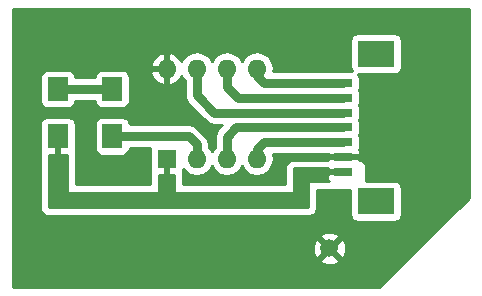
<source format=gbr>
%TF.GenerationSoftware,KiCad,Pcbnew,4.0.6*%
%TF.CreationDate,2017-07-29T18:57:00+02:00*%
%TF.ProjectId,ChipS,43686970532E6B696361645F70636200,rev?*%
%TF.FileFunction,Copper,L1,Top,Signal*%
%FSLAX46Y46*%
G04 Gerber Fmt 4.6, Leading zero omitted, Abs format (unit mm)*
G04 Created by KiCad (PCBNEW 4.0.6) date 07/29/17 18:57:00*
%MOMM*%
%LPD*%
G01*
G04 APERTURE LIST*
%ADD10C,0.100000*%
%ADD11C,1.500000*%
%ADD12R,1.500000X0.800000*%
%ADD13R,3.100000X2.200000*%
%ADD14R,1.600000X1.600000*%
%ADD15O,1.600000X1.600000*%
%ADD16R,1.700000X2.000000*%
%ADD17C,0.800000*%
%ADD18C,0.500000*%
%ADD19C,0.250000*%
G04 APERTURE END LIST*
D10*
D11*
X103500000Y-80000000D03*
D12*
X104685900Y-73500600D03*
X104685900Y-72250600D03*
X104685900Y-71000600D03*
X104685900Y-69750600D03*
X104685900Y-68500600D03*
X104685900Y-67250600D03*
X104685900Y-66000600D03*
D13*
X107435900Y-76000600D03*
X107435900Y-63500600D03*
D14*
X89716000Y-72392200D03*
D15*
X97336000Y-64772200D03*
X92256000Y-72392200D03*
X94796000Y-64772200D03*
X94796000Y-72392200D03*
X92256000Y-64772200D03*
X97336000Y-72392200D03*
X89716000Y-64772200D03*
D16*
X85100000Y-66500000D03*
X85100000Y-70500000D03*
X80500000Y-66500000D03*
X80500000Y-70500000D03*
D17*
X94796000Y-72392200D02*
X94796000Y-70542002D01*
X94796000Y-70542002D02*
X95587402Y-69750600D01*
X95587402Y-69750600D02*
X104685900Y-69750600D01*
X97336000Y-72392200D02*
X97336000Y-71579400D01*
X97336000Y-71579400D02*
X97914800Y-71000600D01*
X97914800Y-71000600D02*
X104685900Y-71000600D01*
X80500000Y-66500000D02*
X85100000Y-66500000D01*
X97336000Y-64772200D02*
X97336000Y-65369100D01*
D18*
X97336000Y-64772200D02*
X97336000Y-65369100D01*
D17*
X97336000Y-65369100D02*
X97967500Y-66000600D01*
X97967500Y-66000600D02*
X104685900Y-66000600D01*
D18*
X97336000Y-64772200D02*
X97336000Y-65000800D01*
D17*
X94796000Y-64772200D02*
X94796000Y-66296200D01*
X94796000Y-66296200D02*
X95750400Y-67250600D01*
X95750400Y-67250600D02*
X104685900Y-67250600D01*
X104685900Y-68500600D02*
X93736500Y-68500600D01*
X93736500Y-68500600D02*
X92256000Y-67020100D01*
X92256000Y-67020100D02*
X92256000Y-64772200D01*
X85100000Y-70500000D02*
X91583000Y-70500000D01*
X91583000Y-70500000D02*
X92256000Y-71173000D01*
X92256000Y-71173000D02*
X92256000Y-72392200D01*
D19*
G36*
X80625000Y-70375000D02*
X80645000Y-70375000D01*
X80645000Y-70625000D01*
X80625000Y-70625000D01*
X80625000Y-71968750D01*
X80781250Y-72125000D01*
X81275000Y-72125000D01*
X81275000Y-75200000D01*
X81284848Y-75248632D01*
X81312841Y-75289601D01*
X81354568Y-75316451D01*
X81400000Y-75325000D01*
X88900000Y-75325000D01*
X88948632Y-75315152D01*
X88989601Y-75287159D01*
X89016451Y-75245432D01*
X89025000Y-75200000D01*
X89025000Y-73817200D01*
X89434750Y-73817200D01*
X89591000Y-73660950D01*
X89591000Y-72517200D01*
X89571000Y-72517200D01*
X89571000Y-72267200D01*
X89591000Y-72267200D01*
X89591000Y-72247200D01*
X89841000Y-72247200D01*
X89841000Y-72267200D01*
X89861000Y-72267200D01*
X89861000Y-72517200D01*
X89841000Y-72517200D01*
X89841000Y-73660950D01*
X89997250Y-73817200D01*
X90375000Y-73817200D01*
X90375000Y-75200000D01*
X90384848Y-75248632D01*
X90412841Y-75289601D01*
X90454568Y-75316451D01*
X90500000Y-75325000D01*
X100400000Y-75325000D01*
X100448632Y-75315152D01*
X100489601Y-75287159D01*
X100516451Y-75245432D01*
X100525000Y-75200000D01*
X100525000Y-73225000D01*
X103316550Y-73225000D01*
X103467150Y-73375600D01*
X104560900Y-73375600D01*
X104560900Y-73355600D01*
X104810900Y-73355600D01*
X104810900Y-73375600D01*
X104830900Y-73375600D01*
X104830900Y-73625600D01*
X104810900Y-73625600D01*
X104810900Y-73645600D01*
X104560900Y-73645600D01*
X104560900Y-73625600D01*
X103467150Y-73625600D01*
X103310900Y-73781850D01*
X103310900Y-74024920D01*
X103406050Y-74254634D01*
X103426416Y-74275000D01*
X101800000Y-74275000D01*
X101751368Y-74284848D01*
X101710399Y-74312841D01*
X101683549Y-74354568D01*
X101675000Y-74400000D01*
X101675000Y-76475000D01*
X79725000Y-76475000D01*
X79725000Y-72125000D01*
X80218750Y-72125000D01*
X80375000Y-71968750D01*
X80375000Y-70625000D01*
X80355000Y-70625000D01*
X80355000Y-70375000D01*
X80375000Y-70375000D01*
X80375000Y-70355000D01*
X80625000Y-70355000D01*
X80625000Y-70375000D01*
X80625000Y-70375000D01*
G37*
X80625000Y-70375000D02*
X80645000Y-70375000D01*
X80645000Y-70625000D01*
X80625000Y-70625000D01*
X80625000Y-71968750D01*
X80781250Y-72125000D01*
X81275000Y-72125000D01*
X81275000Y-75200000D01*
X81284848Y-75248632D01*
X81312841Y-75289601D01*
X81354568Y-75316451D01*
X81400000Y-75325000D01*
X88900000Y-75325000D01*
X88948632Y-75315152D01*
X88989601Y-75287159D01*
X89016451Y-75245432D01*
X89025000Y-75200000D01*
X89025000Y-73817200D01*
X89434750Y-73817200D01*
X89591000Y-73660950D01*
X89591000Y-72517200D01*
X89571000Y-72517200D01*
X89571000Y-72267200D01*
X89591000Y-72267200D01*
X89591000Y-72247200D01*
X89841000Y-72247200D01*
X89841000Y-72267200D01*
X89861000Y-72267200D01*
X89861000Y-72517200D01*
X89841000Y-72517200D01*
X89841000Y-73660950D01*
X89997250Y-73817200D01*
X90375000Y-73817200D01*
X90375000Y-75200000D01*
X90384848Y-75248632D01*
X90412841Y-75289601D01*
X90454568Y-75316451D01*
X90500000Y-75325000D01*
X100400000Y-75325000D01*
X100448632Y-75315152D01*
X100489601Y-75287159D01*
X100516451Y-75245432D01*
X100525000Y-75200000D01*
X100525000Y-73225000D01*
X103316550Y-73225000D01*
X103467150Y-73375600D01*
X104560900Y-73375600D01*
X104560900Y-73355600D01*
X104810900Y-73355600D01*
X104810900Y-73375600D01*
X104830900Y-73375600D01*
X104830900Y-73625600D01*
X104810900Y-73625600D01*
X104810900Y-73645600D01*
X104560900Y-73645600D01*
X104560900Y-73625600D01*
X103467150Y-73625600D01*
X103310900Y-73781850D01*
X103310900Y-74024920D01*
X103406050Y-74254634D01*
X103426416Y-74275000D01*
X101800000Y-74275000D01*
X101751368Y-74284848D01*
X101710399Y-74312841D01*
X101683549Y-74354568D01*
X101675000Y-74400000D01*
X101675000Y-76475000D01*
X79725000Y-76475000D01*
X79725000Y-72125000D01*
X80218750Y-72125000D01*
X80375000Y-71968750D01*
X80375000Y-70625000D01*
X80355000Y-70625000D01*
X80355000Y-70375000D01*
X80375000Y-70375000D01*
X80375000Y-70355000D01*
X80625000Y-70355000D01*
X80625000Y-70375000D01*
G36*
X115300000Y-75710051D02*
X107710050Y-83300000D01*
X76700000Y-83300000D01*
X76700000Y-80964776D01*
X102712000Y-80964776D01*
X102780371Y-81203147D01*
X103295574Y-81386953D01*
X103841899Y-81359608D01*
X104219629Y-81203147D01*
X104288000Y-80964776D01*
X103500000Y-80176777D01*
X102712000Y-80964776D01*
X76700000Y-80964776D01*
X76700000Y-79795574D01*
X102113047Y-79795574D01*
X102140392Y-80341899D01*
X102296853Y-80719629D01*
X102535224Y-80788000D01*
X103323223Y-80000000D01*
X103676777Y-80000000D01*
X104464776Y-80788000D01*
X104703147Y-80719629D01*
X104886953Y-80204426D01*
X104859608Y-79658101D01*
X104703147Y-79280371D01*
X104464776Y-79212000D01*
X103676777Y-80000000D01*
X103323223Y-80000000D01*
X102535224Y-79212000D01*
X102296853Y-79280371D01*
X102113047Y-79795574D01*
X76700000Y-79795574D01*
X76700000Y-79035224D01*
X102712000Y-79035224D01*
X103500000Y-79823223D01*
X104288000Y-79035224D01*
X104219629Y-78796853D01*
X103704426Y-78613047D01*
X103158101Y-78640392D01*
X102780371Y-78796853D01*
X102712000Y-79035224D01*
X76700000Y-79035224D01*
X76700000Y-69500000D01*
X78975000Y-69500000D01*
X78975000Y-76600000D01*
X79017743Y-76827161D01*
X79151995Y-77035794D01*
X79356840Y-77175759D01*
X79600000Y-77225000D01*
X101800000Y-77225000D01*
X102027161Y-77182257D01*
X102235794Y-77048005D01*
X102375759Y-76843160D01*
X102425000Y-76600000D01*
X102425000Y-75025000D01*
X105248656Y-75025000D01*
X105248656Y-77100600D01*
X105292237Y-77332211D01*
X105429119Y-77544932D01*
X105637976Y-77687638D01*
X105885900Y-77737844D01*
X108985900Y-77737844D01*
X109217511Y-77694263D01*
X109430232Y-77557381D01*
X109572938Y-77348524D01*
X109623144Y-77100600D01*
X109623144Y-74900600D01*
X109579563Y-74668989D01*
X109442681Y-74456268D01*
X109233824Y-74313562D01*
X108985900Y-74263356D01*
X106625000Y-74263356D01*
X106625000Y-73100000D01*
X106582257Y-72872839D01*
X106448005Y-72664206D01*
X106243160Y-72524241D01*
X106005078Y-72476028D01*
X105904650Y-72375600D01*
X104810900Y-72375600D01*
X104810900Y-72395600D01*
X104560900Y-72395600D01*
X104560900Y-72375600D01*
X103467150Y-72375600D01*
X103367750Y-72475000D01*
X100400000Y-72475000D01*
X100172839Y-72517743D01*
X99964206Y-72651995D01*
X99824241Y-72856840D01*
X99775000Y-73100000D01*
X99775000Y-74575000D01*
X91125000Y-74575000D01*
X91125000Y-73331673D01*
X91138764Y-73263703D01*
X91248373Y-73427744D01*
X91710676Y-73736645D01*
X92256000Y-73845117D01*
X92801324Y-73736645D01*
X93263627Y-73427744D01*
X93526000Y-73035075D01*
X93788373Y-73427744D01*
X94250676Y-73736645D01*
X94796000Y-73845117D01*
X95341324Y-73736645D01*
X95803627Y-73427744D01*
X96066000Y-73035075D01*
X96328373Y-73427744D01*
X96790676Y-73736645D01*
X97336000Y-73845117D01*
X97881324Y-73736645D01*
X98343627Y-73427744D01*
X98652528Y-72965441D01*
X98761000Y-72420117D01*
X98761000Y-72364283D01*
X98693632Y-72025600D01*
X103367150Y-72025600D01*
X103467150Y-72125600D01*
X104560900Y-72125600D01*
X104560900Y-72105600D01*
X104810900Y-72105600D01*
X104810900Y-72125600D01*
X105904650Y-72125600D01*
X106060900Y-71969350D01*
X106060900Y-71726280D01*
X106024828Y-71639193D01*
X106073144Y-71400600D01*
X106073144Y-70600600D01*
X106029563Y-70368989D01*
X106029073Y-70368228D01*
X106073144Y-70150600D01*
X106073144Y-69350600D01*
X106029563Y-69118989D01*
X106029073Y-69118228D01*
X106073144Y-68900600D01*
X106073144Y-68100600D01*
X106029563Y-67868989D01*
X106029073Y-67868228D01*
X106073144Y-67650600D01*
X106073144Y-66850600D01*
X106029563Y-66618989D01*
X106029073Y-66618228D01*
X106073144Y-66400600D01*
X106073144Y-65600600D01*
X106029563Y-65368989D01*
X105945174Y-65237844D01*
X108985900Y-65237844D01*
X109217511Y-65194263D01*
X109430232Y-65057381D01*
X109572938Y-64848524D01*
X109623144Y-64600600D01*
X109623144Y-62400600D01*
X109579563Y-62168989D01*
X109442681Y-61956268D01*
X109233824Y-61813562D01*
X108985900Y-61763356D01*
X105885900Y-61763356D01*
X105654289Y-61806937D01*
X105441568Y-61943819D01*
X105298862Y-62152676D01*
X105248656Y-62400600D01*
X105248656Y-64600600D01*
X105292237Y-64832211D01*
X105376626Y-64963356D01*
X103935900Y-64963356D01*
X103870829Y-64975600D01*
X98726094Y-64975600D01*
X98761000Y-64800117D01*
X98761000Y-64744283D01*
X98652528Y-64198959D01*
X98343627Y-63736656D01*
X97881324Y-63427755D01*
X97336000Y-63319283D01*
X96790676Y-63427755D01*
X96328373Y-63736656D01*
X96066000Y-64129325D01*
X95803627Y-63736656D01*
X95341324Y-63427755D01*
X94796000Y-63319283D01*
X94250676Y-63427755D01*
X93788373Y-63736656D01*
X93526000Y-64129325D01*
X93263627Y-63736656D01*
X92801324Y-63427755D01*
X92256000Y-63319283D01*
X91710676Y-63427755D01*
X91248373Y-63736656D01*
X90969619Y-64153841D01*
X90861025Y-63923925D01*
X90449244Y-63550314D01*
X90061521Y-63389724D01*
X89841000Y-63509623D01*
X89841000Y-64647200D01*
X89861000Y-64647200D01*
X89861000Y-64897200D01*
X89841000Y-64897200D01*
X89841000Y-66034777D01*
X90061521Y-66154676D01*
X90449244Y-65994086D01*
X90861025Y-65620475D01*
X90969619Y-65390559D01*
X91231000Y-65781743D01*
X91231000Y-67020100D01*
X91276849Y-67250600D01*
X91309023Y-67412351D01*
X91531216Y-67744884D01*
X93011715Y-69225384D01*
X93210712Y-69358350D01*
X93344249Y-69447577D01*
X93736500Y-69525600D01*
X94362834Y-69525600D01*
X94071216Y-69817218D01*
X93849023Y-70149751D01*
X93771000Y-70542002D01*
X93771000Y-71382657D01*
X93526000Y-71749325D01*
X93281000Y-71382657D01*
X93281000Y-71173000D01*
X93202977Y-70780749D01*
X93087782Y-70608349D01*
X92980785Y-70448216D01*
X92307784Y-69775216D01*
X91975251Y-69553023D01*
X91583000Y-69475000D01*
X86582540Y-69475000D01*
X86543663Y-69268389D01*
X86406781Y-69055668D01*
X86197924Y-68912962D01*
X85950000Y-68862756D01*
X84250000Y-68862756D01*
X84018389Y-68906337D01*
X83805668Y-69043219D01*
X83662962Y-69252076D01*
X83612756Y-69500000D01*
X83612756Y-71500000D01*
X83656337Y-71731611D01*
X83793219Y-71944332D01*
X84002076Y-72087038D01*
X84250000Y-72137244D01*
X85950000Y-72137244D01*
X86181611Y-72093663D01*
X86394332Y-71956781D01*
X86537038Y-71747924D01*
X86582181Y-71525000D01*
X88290188Y-71525000D01*
X88275000Y-71600000D01*
X88275000Y-74575000D01*
X82025000Y-74575000D01*
X82025000Y-69500000D01*
X81982257Y-69272839D01*
X81848005Y-69064206D01*
X81643160Y-68924241D01*
X81602331Y-68915973D01*
X81597924Y-68912962D01*
X81350000Y-68862756D01*
X79650000Y-68862756D01*
X79418389Y-68906337D01*
X79412162Y-68910344D01*
X79372839Y-68917743D01*
X79164206Y-69051995D01*
X79024241Y-69256840D01*
X78975000Y-69500000D01*
X76700000Y-69500000D01*
X76700000Y-65500000D01*
X79012756Y-65500000D01*
X79012756Y-67500000D01*
X79056337Y-67731611D01*
X79193219Y-67944332D01*
X79402076Y-68087038D01*
X79650000Y-68137244D01*
X81350000Y-68137244D01*
X81581611Y-68093663D01*
X81794332Y-67956781D01*
X81937038Y-67747924D01*
X81982181Y-67525000D01*
X83617460Y-67525000D01*
X83656337Y-67731611D01*
X83793219Y-67944332D01*
X84002076Y-68087038D01*
X84250000Y-68137244D01*
X85950000Y-68137244D01*
X86181611Y-68093663D01*
X86394332Y-67956781D01*
X86537038Y-67747924D01*
X86587244Y-67500000D01*
X86587244Y-65500000D01*
X86543663Y-65268389D01*
X86446712Y-65117722D01*
X88333514Y-65117722D01*
X88570975Y-65620475D01*
X88982756Y-65994086D01*
X89370479Y-66154676D01*
X89591000Y-66034777D01*
X89591000Y-64897200D01*
X88452733Y-64897200D01*
X88333514Y-65117722D01*
X86446712Y-65117722D01*
X86406781Y-65055668D01*
X86197924Y-64912962D01*
X85950000Y-64862756D01*
X84250000Y-64862756D01*
X84018389Y-64906337D01*
X83805668Y-65043219D01*
X83662962Y-65252076D01*
X83617819Y-65475000D01*
X81982540Y-65475000D01*
X81943663Y-65268389D01*
X81806781Y-65055668D01*
X81597924Y-64912962D01*
X81350000Y-64862756D01*
X79650000Y-64862756D01*
X79418389Y-64906337D01*
X79205668Y-65043219D01*
X79062962Y-65252076D01*
X79012756Y-65500000D01*
X76700000Y-65500000D01*
X76700000Y-64426678D01*
X88333514Y-64426678D01*
X88452733Y-64647200D01*
X89591000Y-64647200D01*
X89591000Y-63509623D01*
X89370479Y-63389724D01*
X88982756Y-63550314D01*
X88570975Y-63923925D01*
X88333514Y-64426678D01*
X76700000Y-64426678D01*
X76700000Y-59700000D01*
X115300000Y-59700000D01*
X115300000Y-75710051D01*
X115300000Y-75710051D01*
G37*
X115300000Y-75710051D02*
X107710050Y-83300000D01*
X76700000Y-83300000D01*
X76700000Y-80964776D01*
X102712000Y-80964776D01*
X102780371Y-81203147D01*
X103295574Y-81386953D01*
X103841899Y-81359608D01*
X104219629Y-81203147D01*
X104288000Y-80964776D01*
X103500000Y-80176777D01*
X102712000Y-80964776D01*
X76700000Y-80964776D01*
X76700000Y-79795574D01*
X102113047Y-79795574D01*
X102140392Y-80341899D01*
X102296853Y-80719629D01*
X102535224Y-80788000D01*
X103323223Y-80000000D01*
X103676777Y-80000000D01*
X104464776Y-80788000D01*
X104703147Y-80719629D01*
X104886953Y-80204426D01*
X104859608Y-79658101D01*
X104703147Y-79280371D01*
X104464776Y-79212000D01*
X103676777Y-80000000D01*
X103323223Y-80000000D01*
X102535224Y-79212000D01*
X102296853Y-79280371D01*
X102113047Y-79795574D01*
X76700000Y-79795574D01*
X76700000Y-79035224D01*
X102712000Y-79035224D01*
X103500000Y-79823223D01*
X104288000Y-79035224D01*
X104219629Y-78796853D01*
X103704426Y-78613047D01*
X103158101Y-78640392D01*
X102780371Y-78796853D01*
X102712000Y-79035224D01*
X76700000Y-79035224D01*
X76700000Y-69500000D01*
X78975000Y-69500000D01*
X78975000Y-76600000D01*
X79017743Y-76827161D01*
X79151995Y-77035794D01*
X79356840Y-77175759D01*
X79600000Y-77225000D01*
X101800000Y-77225000D01*
X102027161Y-77182257D01*
X102235794Y-77048005D01*
X102375759Y-76843160D01*
X102425000Y-76600000D01*
X102425000Y-75025000D01*
X105248656Y-75025000D01*
X105248656Y-77100600D01*
X105292237Y-77332211D01*
X105429119Y-77544932D01*
X105637976Y-77687638D01*
X105885900Y-77737844D01*
X108985900Y-77737844D01*
X109217511Y-77694263D01*
X109430232Y-77557381D01*
X109572938Y-77348524D01*
X109623144Y-77100600D01*
X109623144Y-74900600D01*
X109579563Y-74668989D01*
X109442681Y-74456268D01*
X109233824Y-74313562D01*
X108985900Y-74263356D01*
X106625000Y-74263356D01*
X106625000Y-73100000D01*
X106582257Y-72872839D01*
X106448005Y-72664206D01*
X106243160Y-72524241D01*
X106005078Y-72476028D01*
X105904650Y-72375600D01*
X104810900Y-72375600D01*
X104810900Y-72395600D01*
X104560900Y-72395600D01*
X104560900Y-72375600D01*
X103467150Y-72375600D01*
X103367750Y-72475000D01*
X100400000Y-72475000D01*
X100172839Y-72517743D01*
X99964206Y-72651995D01*
X99824241Y-72856840D01*
X99775000Y-73100000D01*
X99775000Y-74575000D01*
X91125000Y-74575000D01*
X91125000Y-73331673D01*
X91138764Y-73263703D01*
X91248373Y-73427744D01*
X91710676Y-73736645D01*
X92256000Y-73845117D01*
X92801324Y-73736645D01*
X93263627Y-73427744D01*
X93526000Y-73035075D01*
X93788373Y-73427744D01*
X94250676Y-73736645D01*
X94796000Y-73845117D01*
X95341324Y-73736645D01*
X95803627Y-73427744D01*
X96066000Y-73035075D01*
X96328373Y-73427744D01*
X96790676Y-73736645D01*
X97336000Y-73845117D01*
X97881324Y-73736645D01*
X98343627Y-73427744D01*
X98652528Y-72965441D01*
X98761000Y-72420117D01*
X98761000Y-72364283D01*
X98693632Y-72025600D01*
X103367150Y-72025600D01*
X103467150Y-72125600D01*
X104560900Y-72125600D01*
X104560900Y-72105600D01*
X104810900Y-72105600D01*
X104810900Y-72125600D01*
X105904650Y-72125600D01*
X106060900Y-71969350D01*
X106060900Y-71726280D01*
X106024828Y-71639193D01*
X106073144Y-71400600D01*
X106073144Y-70600600D01*
X106029563Y-70368989D01*
X106029073Y-70368228D01*
X106073144Y-70150600D01*
X106073144Y-69350600D01*
X106029563Y-69118989D01*
X106029073Y-69118228D01*
X106073144Y-68900600D01*
X106073144Y-68100600D01*
X106029563Y-67868989D01*
X106029073Y-67868228D01*
X106073144Y-67650600D01*
X106073144Y-66850600D01*
X106029563Y-66618989D01*
X106029073Y-66618228D01*
X106073144Y-66400600D01*
X106073144Y-65600600D01*
X106029563Y-65368989D01*
X105945174Y-65237844D01*
X108985900Y-65237844D01*
X109217511Y-65194263D01*
X109430232Y-65057381D01*
X109572938Y-64848524D01*
X109623144Y-64600600D01*
X109623144Y-62400600D01*
X109579563Y-62168989D01*
X109442681Y-61956268D01*
X109233824Y-61813562D01*
X108985900Y-61763356D01*
X105885900Y-61763356D01*
X105654289Y-61806937D01*
X105441568Y-61943819D01*
X105298862Y-62152676D01*
X105248656Y-62400600D01*
X105248656Y-64600600D01*
X105292237Y-64832211D01*
X105376626Y-64963356D01*
X103935900Y-64963356D01*
X103870829Y-64975600D01*
X98726094Y-64975600D01*
X98761000Y-64800117D01*
X98761000Y-64744283D01*
X98652528Y-64198959D01*
X98343627Y-63736656D01*
X97881324Y-63427755D01*
X97336000Y-63319283D01*
X96790676Y-63427755D01*
X96328373Y-63736656D01*
X96066000Y-64129325D01*
X95803627Y-63736656D01*
X95341324Y-63427755D01*
X94796000Y-63319283D01*
X94250676Y-63427755D01*
X93788373Y-63736656D01*
X93526000Y-64129325D01*
X93263627Y-63736656D01*
X92801324Y-63427755D01*
X92256000Y-63319283D01*
X91710676Y-63427755D01*
X91248373Y-63736656D01*
X90969619Y-64153841D01*
X90861025Y-63923925D01*
X90449244Y-63550314D01*
X90061521Y-63389724D01*
X89841000Y-63509623D01*
X89841000Y-64647200D01*
X89861000Y-64647200D01*
X89861000Y-64897200D01*
X89841000Y-64897200D01*
X89841000Y-66034777D01*
X90061521Y-66154676D01*
X90449244Y-65994086D01*
X90861025Y-65620475D01*
X90969619Y-65390559D01*
X91231000Y-65781743D01*
X91231000Y-67020100D01*
X91276849Y-67250600D01*
X91309023Y-67412351D01*
X91531216Y-67744884D01*
X93011715Y-69225384D01*
X93210712Y-69358350D01*
X93344249Y-69447577D01*
X93736500Y-69525600D01*
X94362834Y-69525600D01*
X94071216Y-69817218D01*
X93849023Y-70149751D01*
X93771000Y-70542002D01*
X93771000Y-71382657D01*
X93526000Y-71749325D01*
X93281000Y-71382657D01*
X93281000Y-71173000D01*
X93202977Y-70780749D01*
X93087782Y-70608349D01*
X92980785Y-70448216D01*
X92307784Y-69775216D01*
X91975251Y-69553023D01*
X91583000Y-69475000D01*
X86582540Y-69475000D01*
X86543663Y-69268389D01*
X86406781Y-69055668D01*
X86197924Y-68912962D01*
X85950000Y-68862756D01*
X84250000Y-68862756D01*
X84018389Y-68906337D01*
X83805668Y-69043219D01*
X83662962Y-69252076D01*
X83612756Y-69500000D01*
X83612756Y-71500000D01*
X83656337Y-71731611D01*
X83793219Y-71944332D01*
X84002076Y-72087038D01*
X84250000Y-72137244D01*
X85950000Y-72137244D01*
X86181611Y-72093663D01*
X86394332Y-71956781D01*
X86537038Y-71747924D01*
X86582181Y-71525000D01*
X88290188Y-71525000D01*
X88275000Y-71600000D01*
X88275000Y-74575000D01*
X82025000Y-74575000D01*
X82025000Y-69500000D01*
X81982257Y-69272839D01*
X81848005Y-69064206D01*
X81643160Y-68924241D01*
X81602331Y-68915973D01*
X81597924Y-68912962D01*
X81350000Y-68862756D01*
X79650000Y-68862756D01*
X79418389Y-68906337D01*
X79412162Y-68910344D01*
X79372839Y-68917743D01*
X79164206Y-69051995D01*
X79024241Y-69256840D01*
X78975000Y-69500000D01*
X76700000Y-69500000D01*
X76700000Y-65500000D01*
X79012756Y-65500000D01*
X79012756Y-67500000D01*
X79056337Y-67731611D01*
X79193219Y-67944332D01*
X79402076Y-68087038D01*
X79650000Y-68137244D01*
X81350000Y-68137244D01*
X81581611Y-68093663D01*
X81794332Y-67956781D01*
X81937038Y-67747924D01*
X81982181Y-67525000D01*
X83617460Y-67525000D01*
X83656337Y-67731611D01*
X83793219Y-67944332D01*
X84002076Y-68087038D01*
X84250000Y-68137244D01*
X85950000Y-68137244D01*
X86181611Y-68093663D01*
X86394332Y-67956781D01*
X86537038Y-67747924D01*
X86587244Y-67500000D01*
X86587244Y-65500000D01*
X86543663Y-65268389D01*
X86446712Y-65117722D01*
X88333514Y-65117722D01*
X88570975Y-65620475D01*
X88982756Y-65994086D01*
X89370479Y-66154676D01*
X89591000Y-66034777D01*
X89591000Y-64897200D01*
X88452733Y-64897200D01*
X88333514Y-65117722D01*
X86446712Y-65117722D01*
X86406781Y-65055668D01*
X86197924Y-64912962D01*
X85950000Y-64862756D01*
X84250000Y-64862756D01*
X84018389Y-64906337D01*
X83805668Y-65043219D01*
X83662962Y-65252076D01*
X83617819Y-65475000D01*
X81982540Y-65475000D01*
X81943663Y-65268389D01*
X81806781Y-65055668D01*
X81597924Y-64912962D01*
X81350000Y-64862756D01*
X79650000Y-64862756D01*
X79418389Y-64906337D01*
X79205668Y-65043219D01*
X79062962Y-65252076D01*
X79012756Y-65500000D01*
X76700000Y-65500000D01*
X76700000Y-64426678D01*
X88333514Y-64426678D01*
X88452733Y-64647200D01*
X89591000Y-64647200D01*
X89591000Y-63509623D01*
X89370479Y-63389724D01*
X88982756Y-63550314D01*
X88570975Y-63923925D01*
X88333514Y-64426678D01*
X76700000Y-64426678D01*
X76700000Y-59700000D01*
X115300000Y-59700000D01*
X115300000Y-75710051D01*
M02*

</source>
